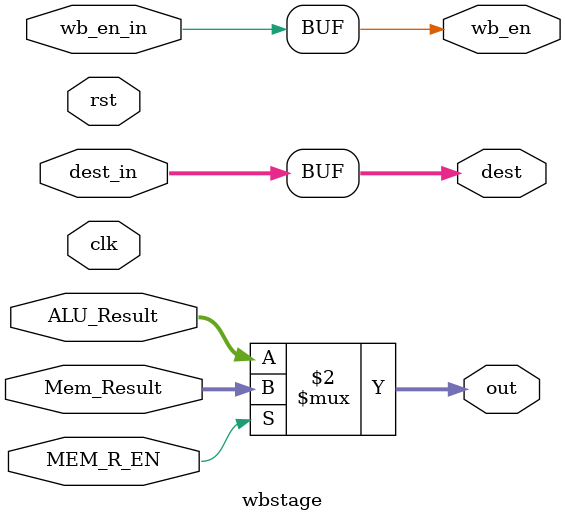
<source format=v>
module wbstage (clk, rst, MEM_R_EN,wb_en_in,dest_in, Mem_Result, ALU_Result,wb_en,dest,out);

input clk, rst, MEM_R_EN,wb_en_in;
input [3:0]dest_in;
input  [31:0] Mem_Result,ALU_Result;
output [31:0] out;
output [3:0]dest;
output wb_en;

assign out = (MEM_R_EN==1'b1) ? Mem_Result : ALU_Result;
assign {wb_en,dest}={wb_en_in,dest_in};


endmodule
</source>
